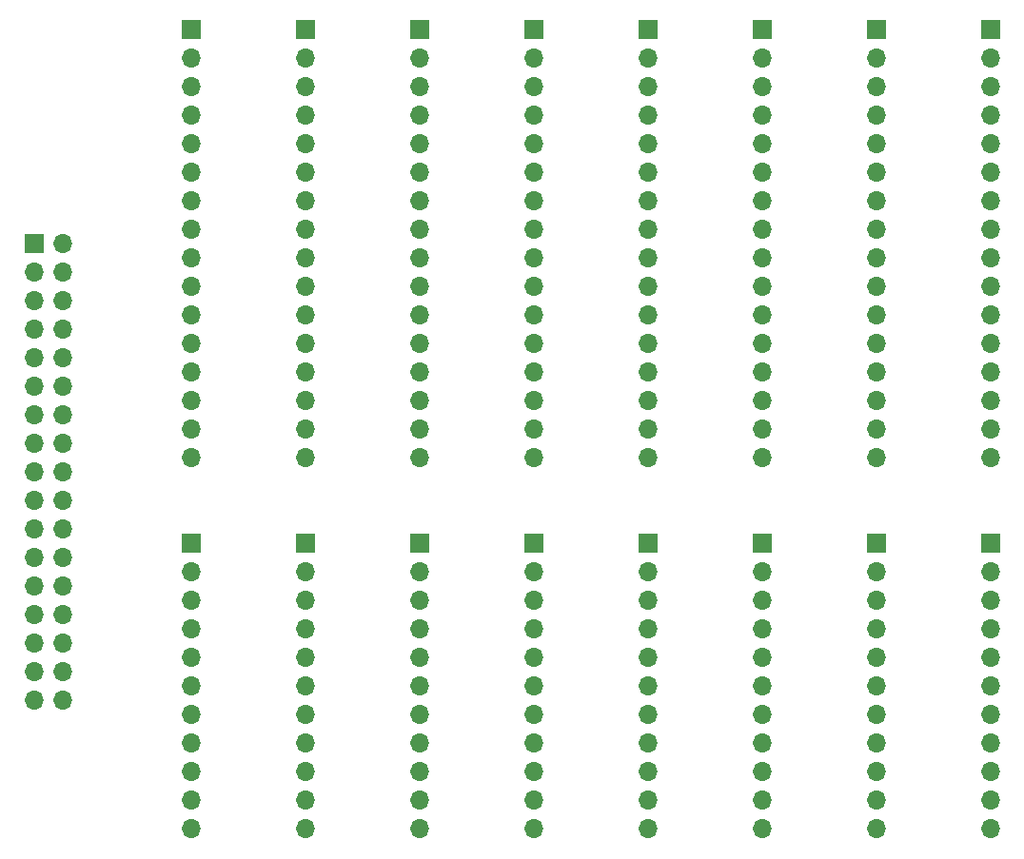
<source format=gbr>
G04 #@! TF.GenerationSoftware,KiCad,Pcbnew,(5.1.2-1)-1*
G04 #@! TF.CreationDate,2019-07-09T22:00:00+10:00*
G04 #@! TF.ProjectId,b1,62312e6b-6963-4616-945f-706362585858,rev?*
G04 #@! TF.SameCoordinates,Original*
G04 #@! TF.FileFunction,Copper,L2,Bot*
G04 #@! TF.FilePolarity,Positive*
%FSLAX46Y46*%
G04 Gerber Fmt 4.6, Leading zero omitted, Abs format (unit mm)*
G04 Created by KiCad (PCBNEW (5.1.2-1)-1) date 2019-07-09 22:00:00*
%MOMM*%
%LPD*%
G04 APERTURE LIST*
%ADD10O,1.700000X1.700000*%
%ADD11R,1.700000X1.700000*%
G04 APERTURE END LIST*
D10*
X179070000Y-115570000D03*
X179070000Y-113030000D03*
X179070000Y-110490000D03*
X179070000Y-107950000D03*
X179070000Y-105410000D03*
X179070000Y-102870000D03*
X179070000Y-100330000D03*
X179070000Y-97790000D03*
X179070000Y-95250000D03*
X179070000Y-92710000D03*
D11*
X179070000Y-90170000D03*
D10*
X168910000Y-115570000D03*
X168910000Y-113030000D03*
X168910000Y-110490000D03*
X168910000Y-107950000D03*
X168910000Y-105410000D03*
X168910000Y-102870000D03*
X168910000Y-100330000D03*
X168910000Y-97790000D03*
X168910000Y-95250000D03*
X168910000Y-92710000D03*
D11*
X168910000Y-90170000D03*
D10*
X158750000Y-115570000D03*
X158750000Y-113030000D03*
X158750000Y-110490000D03*
X158750000Y-107950000D03*
X158750000Y-105410000D03*
X158750000Y-102870000D03*
X158750000Y-100330000D03*
X158750000Y-97790000D03*
X158750000Y-95250000D03*
X158750000Y-92710000D03*
D11*
X158750000Y-90170000D03*
D10*
X148590000Y-115570000D03*
X148590000Y-113030000D03*
X148590000Y-110490000D03*
X148590000Y-107950000D03*
X148590000Y-105410000D03*
X148590000Y-102870000D03*
X148590000Y-100330000D03*
X148590000Y-97790000D03*
X148590000Y-95250000D03*
X148590000Y-92710000D03*
D11*
X148590000Y-90170000D03*
D10*
X138430000Y-115570000D03*
X138430000Y-113030000D03*
X138430000Y-110490000D03*
X138430000Y-107950000D03*
X138430000Y-105410000D03*
X138430000Y-102870000D03*
X138430000Y-100330000D03*
X138430000Y-97790000D03*
X138430000Y-95250000D03*
X138430000Y-92710000D03*
D11*
X138430000Y-90170000D03*
D10*
X128270000Y-115570000D03*
X128270000Y-113030000D03*
X128270000Y-110490000D03*
X128270000Y-107950000D03*
X128270000Y-105410000D03*
X128270000Y-102870000D03*
X128270000Y-100330000D03*
X128270000Y-97790000D03*
X128270000Y-95250000D03*
X128270000Y-92710000D03*
D11*
X128270000Y-90170000D03*
D10*
X118110000Y-115570000D03*
X118110000Y-113030000D03*
X118110000Y-110490000D03*
X118110000Y-107950000D03*
X118110000Y-105410000D03*
X118110000Y-102870000D03*
X118110000Y-100330000D03*
X118110000Y-97790000D03*
X118110000Y-95250000D03*
X118110000Y-92710000D03*
D11*
X118110000Y-90170000D03*
D10*
X107950000Y-115570000D03*
X107950000Y-113030000D03*
X107950000Y-110490000D03*
X107950000Y-107950000D03*
X107950000Y-105410000D03*
X107950000Y-102870000D03*
X107950000Y-100330000D03*
X107950000Y-97790000D03*
X107950000Y-95250000D03*
X107950000Y-92710000D03*
D11*
X107950000Y-90170000D03*
D10*
X179070000Y-82550000D03*
X179070000Y-80010000D03*
X179070000Y-77470000D03*
X179070000Y-74930000D03*
X179070000Y-72390000D03*
X179070000Y-69850000D03*
X179070000Y-67310000D03*
X179070000Y-64770000D03*
X179070000Y-62230000D03*
X179070000Y-59690000D03*
X179070000Y-57150000D03*
X179070000Y-54610000D03*
X179070000Y-52070000D03*
X179070000Y-49530000D03*
X179070000Y-46990000D03*
D11*
X179070000Y-44450000D03*
D10*
X168910000Y-82550000D03*
X168910000Y-80010000D03*
X168910000Y-77470000D03*
X168910000Y-74930000D03*
X168910000Y-72390000D03*
X168910000Y-69850000D03*
X168910000Y-67310000D03*
X168910000Y-64770000D03*
X168910000Y-62230000D03*
X168910000Y-59690000D03*
X168910000Y-57150000D03*
X168910000Y-54610000D03*
X168910000Y-52070000D03*
X168910000Y-49530000D03*
X168910000Y-46990000D03*
D11*
X168910000Y-44450000D03*
D10*
X158750000Y-82550000D03*
X158750000Y-80010000D03*
X158750000Y-77470000D03*
X158750000Y-74930000D03*
X158750000Y-72390000D03*
X158750000Y-69850000D03*
X158750000Y-67310000D03*
X158750000Y-64770000D03*
X158750000Y-62230000D03*
X158750000Y-59690000D03*
X158750000Y-57150000D03*
X158750000Y-54610000D03*
X158750000Y-52070000D03*
X158750000Y-49530000D03*
X158750000Y-46990000D03*
D11*
X158750000Y-44450000D03*
D10*
X148590000Y-82550000D03*
X148590000Y-80010000D03*
X148590000Y-77470000D03*
X148590000Y-74930000D03*
X148590000Y-72390000D03*
X148590000Y-69850000D03*
X148590000Y-67310000D03*
X148590000Y-64770000D03*
X148590000Y-62230000D03*
X148590000Y-59690000D03*
X148590000Y-57150000D03*
X148590000Y-54610000D03*
X148590000Y-52070000D03*
X148590000Y-49530000D03*
X148590000Y-46990000D03*
D11*
X148590000Y-44450000D03*
D10*
X138430000Y-82550000D03*
X138430000Y-80010000D03*
X138430000Y-77470000D03*
X138430000Y-74930000D03*
X138430000Y-72390000D03*
X138430000Y-69850000D03*
X138430000Y-67310000D03*
X138430000Y-64770000D03*
X138430000Y-62230000D03*
X138430000Y-59690000D03*
X138430000Y-57150000D03*
X138430000Y-54610000D03*
X138430000Y-52070000D03*
X138430000Y-49530000D03*
X138430000Y-46990000D03*
D11*
X138430000Y-44450000D03*
D10*
X128270000Y-82550000D03*
X128270000Y-80010000D03*
X128270000Y-77470000D03*
X128270000Y-74930000D03*
X128270000Y-72390000D03*
X128270000Y-69850000D03*
X128270000Y-67310000D03*
X128270000Y-64770000D03*
X128270000Y-62230000D03*
X128270000Y-59690000D03*
X128270000Y-57150000D03*
X128270000Y-54610000D03*
X128270000Y-52070000D03*
X128270000Y-49530000D03*
X128270000Y-46990000D03*
D11*
X128270000Y-44450000D03*
D10*
X118110000Y-82550000D03*
X118110000Y-80010000D03*
X118110000Y-77470000D03*
X118110000Y-74930000D03*
X118110000Y-72390000D03*
X118110000Y-69850000D03*
X118110000Y-67310000D03*
X118110000Y-64770000D03*
X118110000Y-62230000D03*
X118110000Y-59690000D03*
X118110000Y-57150000D03*
X118110000Y-54610000D03*
X118110000Y-52070000D03*
X118110000Y-49530000D03*
X118110000Y-46990000D03*
D11*
X118110000Y-44450000D03*
D10*
X107950000Y-82550000D03*
X107950000Y-80010000D03*
X107950000Y-77470000D03*
X107950000Y-74930000D03*
X107950000Y-72390000D03*
X107950000Y-69850000D03*
X107950000Y-67310000D03*
X107950000Y-64770000D03*
X107950000Y-62230000D03*
X107950000Y-59690000D03*
X107950000Y-57150000D03*
X107950000Y-54610000D03*
X107950000Y-52070000D03*
X107950000Y-49530000D03*
X107950000Y-46990000D03*
D11*
X107950000Y-44450000D03*
D10*
X96520000Y-104140000D03*
X93980000Y-104140000D03*
X96520000Y-101600000D03*
X93980000Y-101600000D03*
X96520000Y-99060000D03*
X93980000Y-99060000D03*
X96520000Y-96520000D03*
X93980000Y-96520000D03*
X96520000Y-93980000D03*
X93980000Y-93980000D03*
X96520000Y-91440000D03*
X93980000Y-91440000D03*
X96520000Y-88900000D03*
X93980000Y-88900000D03*
X96520000Y-86360000D03*
X93980000Y-86360000D03*
X96520000Y-83820000D03*
X93980000Y-83820000D03*
X96520000Y-81280000D03*
X93980000Y-81280000D03*
X96520000Y-78740000D03*
X93980000Y-78740000D03*
X96520000Y-76200000D03*
X93980000Y-76200000D03*
X96520000Y-73660000D03*
X93980000Y-73660000D03*
X96520000Y-71120000D03*
X93980000Y-71120000D03*
X96520000Y-68580000D03*
X93980000Y-68580000D03*
X96520000Y-66040000D03*
X93980000Y-66040000D03*
X96520000Y-63500000D03*
D11*
X93980000Y-63500000D03*
M02*

</source>
